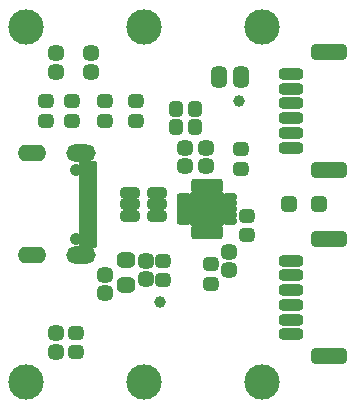
<source format=gbr>
%TF.GenerationSoftware,KiCad,Pcbnew,7.0.7-7.0.7~ubuntu23.04.1*%
%TF.CreationDate,2023-09-26T23:16:17+00:00*%
%TF.ProjectId,TFUSBSERIAL01,54465553-4253-4455-9249-414c30312e6b,REV*%
%TF.SameCoordinates,Original*%
%TF.FileFunction,Soldermask,Bot*%
%TF.FilePolarity,Negative*%
%FSLAX46Y46*%
G04 Gerber Fmt 4.6, Leading zero omitted, Abs format (unit mm)*
G04 Created by KiCad (PCBNEW 7.0.7-7.0.7~ubuntu23.04.1) date 2023-09-26 23:16:17*
%MOMM*%
%LPD*%
G01*
G04 APERTURE LIST*
G04 Aperture macros list*
%AMRoundRect*
0 Rectangle with rounded corners*
0 $1 Rounding radius*
0 $2 $3 $4 $5 $6 $7 $8 $9 X,Y pos of 4 corners*
0 Add a 4 corners polygon primitive as box body*
4,1,4,$2,$3,$4,$5,$6,$7,$8,$9,$2,$3,0*
0 Add four circle primitives for the rounded corners*
1,1,$1+$1,$2,$3*
1,1,$1+$1,$4,$5*
1,1,$1+$1,$6,$7*
1,1,$1+$1,$8,$9*
0 Add four rect primitives between the rounded corners*
20,1,$1+$1,$2,$3,$4,$5,0*
20,1,$1+$1,$4,$5,$6,$7,0*
20,1,$1+$1,$6,$7,$8,$9,0*
20,1,$1+$1,$8,$9,$2,$3,0*%
G04 Aperture macros list end*
%ADD10C,3.000000*%
%ADD11RoundRect,0.450000X-0.250000X-0.250000X0.250000X-0.250000X0.250000X0.250000X-0.250000X0.250000X0*%
%ADD12RoundRect,0.418750X0.256250X-0.218750X0.256250X0.218750X-0.256250X0.218750X-0.256250X-0.218750X0*%
%ADD13RoundRect,0.425000X-0.250000X0.225000X-0.250000X-0.225000X0.250000X-0.225000X0.250000X0.225000X0*%
%ADD14RoundRect,0.400000X-0.275000X0.200000X-0.275000X-0.200000X0.275000X-0.200000X0.275000X0.200000X0*%
%ADD15RoundRect,0.425000X0.250000X-0.225000X0.250000X0.225000X-0.250000X0.225000X-0.250000X-0.225000X0*%
%ADD16RoundRect,0.400000X0.275000X-0.200000X0.275000X0.200000X-0.275000X0.200000X-0.275000X-0.200000X0*%
%ADD17RoundRect,0.418750X-0.381250X0.218750X-0.381250X-0.218750X0.381250X-0.218750X0.381250X0.218750X0*%
%ADD18RoundRect,0.350000X-0.700000X0.150000X-0.700000X-0.150000X0.700000X-0.150000X0.700000X0.150000X0*%
%ADD19RoundRect,0.450000X-1.100000X0.250000X-1.100000X-0.250000X1.100000X-0.250000X1.100000X0.250000X0*%
%ADD20RoundRect,0.262500X0.062500X-0.350000X0.062500X0.350000X-0.062500X0.350000X-0.062500X-0.350000X0*%
%ADD21RoundRect,0.262500X0.350000X-0.062500X0.350000X0.062500X-0.350000X0.062500X-0.350000X-0.062500X0*%
%ADD22RoundRect,0.200000X1.250000X-1.250000X1.250000X1.250000X-1.250000X1.250000X-1.250000X-1.250000X0*%
%ADD23C,1.050000*%
%ADD24RoundRect,0.200000X0.575000X-0.300000X0.575000X0.300000X-0.575000X0.300000X-0.575000X-0.300000X0*%
%ADD25RoundRect,0.200000X0.575000X-0.150000X0.575000X0.150000X-0.575000X0.150000X-0.575000X-0.150000X0*%
%ADD26O,2.400000X1.400000*%
%ADD27O,2.500000X1.450000*%
%ADD28RoundRect,0.350000X0.512500X0.150000X-0.512500X0.150000X-0.512500X-0.150000X0.512500X-0.150000X0*%
%ADD29RoundRect,0.443750X-0.243750X-0.456250X0.243750X-0.456250X0.243750X0.456250X-0.243750X0.456250X0*%
%ADD30RoundRect,0.400000X-0.200000X-0.275000X0.200000X-0.275000X0.200000X0.275000X-0.200000X0.275000X0*%
%ADD31C,1.000000*%
%ADD32RoundRect,0.400000X0.200000X0.275000X-0.200000X0.275000X-0.200000X-0.275000X0.200000X-0.275000X0*%
G04 APERTURE END LIST*
D10*
%TO.C,M6*%
X148094000Y-85317000D03*
%TD*%
%TO.C,M2*%
X158094000Y-115317000D03*
%TD*%
%TO.C,M1*%
X138094000Y-115317000D03*
%TD*%
%TO.C,M5*%
X158094000Y-85317000D03*
%TD*%
%TO.C,M4*%
X148094000Y-115317000D03*
%TD*%
%TO.C,M3*%
X138094000Y-85317000D03*
%TD*%
D11*
%TO.C,D1*%
X160350000Y-100300000D03*
X162850000Y-100300000D03*
%TD*%
D12*
%TO.C,D3*%
X140594000Y-89104500D03*
X140594000Y-87529500D03*
%TD*%
D13*
%TO.C,C5*%
X155300000Y-104325000D03*
X155300000Y-105875000D03*
%TD*%
D12*
%TO.C,D4*%
X140600000Y-112787500D03*
X140600000Y-111212500D03*
%TD*%
D14*
%TO.C,R5*%
X147405000Y-91568000D03*
X147405000Y-93218000D03*
%TD*%
%TO.C,R6*%
X144738000Y-91569000D03*
X144738000Y-93219000D03*
%TD*%
D15*
%TO.C,C2*%
X151500000Y-97100000D03*
X151500000Y-95550000D03*
%TD*%
D16*
%TO.C,R7*%
X142300000Y-112850000D03*
X142300000Y-111200000D03*
%TD*%
D17*
%TO.C,FB1*%
X146516000Y-105037500D03*
X146516000Y-107162500D03*
%TD*%
D18*
%TO.C,J2*%
X160541000Y-89275000D03*
X160541000Y-90525000D03*
X160541000Y-91775000D03*
X160541000Y-93025000D03*
X160541000Y-94275000D03*
X160541000Y-95525000D03*
D19*
X163741000Y-87425000D03*
X163741000Y-97375000D03*
%TD*%
D20*
%TO.C,U2*%
X154400000Y-102637500D03*
X153900000Y-102637500D03*
X153400000Y-102637500D03*
X152900000Y-102637500D03*
X152400000Y-102637500D03*
D21*
X151462500Y-101700000D03*
X151462500Y-101200000D03*
X151462500Y-100700000D03*
X151462500Y-100200000D03*
X151462500Y-99700000D03*
D20*
X152400000Y-98762500D03*
X152900000Y-98762500D03*
X153400000Y-98762500D03*
X153900000Y-98762500D03*
X154400000Y-98762500D03*
D21*
X155337500Y-99700000D03*
X155337500Y-100200000D03*
X155337500Y-100700000D03*
X155337500Y-101200000D03*
X155337500Y-101700000D03*
D22*
X153400000Y-100700000D03*
%TD*%
D14*
%TO.C,R9*%
X153700000Y-105375000D03*
X153700000Y-107025000D03*
%TD*%
D16*
%TO.C,R2*%
X141944000Y-93218000D03*
X141944000Y-91568000D03*
%TD*%
D15*
%TO.C,C1*%
X148200000Y-106675000D03*
X148200000Y-105125000D03*
%TD*%
%TO.C,C3*%
X144800000Y-107850000D03*
X144800000Y-106300000D03*
%TD*%
D23*
%TO.C,J1*%
X142271200Y-103207000D03*
X142271200Y-97427000D03*
D24*
X143346200Y-103517000D03*
X143346200Y-102717000D03*
D25*
X143346200Y-101567000D03*
X143346200Y-100567000D03*
X143346200Y-100067000D03*
X143346200Y-99067000D03*
D24*
X143346200Y-97117000D03*
X143346200Y-97917000D03*
D25*
X143346200Y-98567000D03*
X143346200Y-99567000D03*
X143346200Y-101067000D03*
X143346200Y-102067000D03*
D26*
X138591200Y-104637000D03*
X138591200Y-95997000D03*
D27*
X142771200Y-104637000D03*
X142771200Y-95997000D03*
%TD*%
D28*
%TO.C,U1*%
X149175000Y-99367000D03*
X149175000Y-100317000D03*
X149175000Y-101267000D03*
X146900000Y-101267000D03*
X146900000Y-100317000D03*
X146900000Y-99367000D03*
%TD*%
D29*
%TO.C,F1*%
X154425000Y-89500000D03*
X156300000Y-89500000D03*
%TD*%
D14*
%TO.C,R10*%
X156800000Y-101300000D03*
X156800000Y-102950000D03*
%TD*%
D16*
%TO.C,R1*%
X139785000Y-93218000D03*
X139785000Y-91568000D03*
%TD*%
D14*
%TO.C,R11*%
X149700000Y-105075000D03*
X149700000Y-106725000D03*
%TD*%
D15*
%TO.C,C4*%
X153300000Y-97100000D03*
X153300000Y-95550000D03*
%TD*%
D30*
%TO.C,R3*%
X150771000Y-93800000D03*
X152421000Y-93800000D03*
%TD*%
D12*
%TO.C,D2*%
X143594000Y-89104500D03*
X143594000Y-87529500D03*
%TD*%
D16*
%TO.C,R8*%
X156300000Y-97300000D03*
X156300000Y-95650000D03*
%TD*%
D18*
%TO.C,J3*%
X160541000Y-105075000D03*
X160541000Y-106325000D03*
X160541000Y-107575000D03*
X160541000Y-108825000D03*
X160541000Y-110075000D03*
X160541000Y-111325000D03*
D19*
X163741000Y-103225000D03*
X163741000Y-113175000D03*
%TD*%
D31*
%TO.C,FID1*%
X149400000Y-108600000D03*
%TD*%
D32*
%TO.C,R4*%
X152421000Y-92203000D03*
X150771000Y-92203000D03*
%TD*%
D31*
%TO.C,FID2*%
X156100000Y-91600000D03*
%TD*%
M02*

</source>
